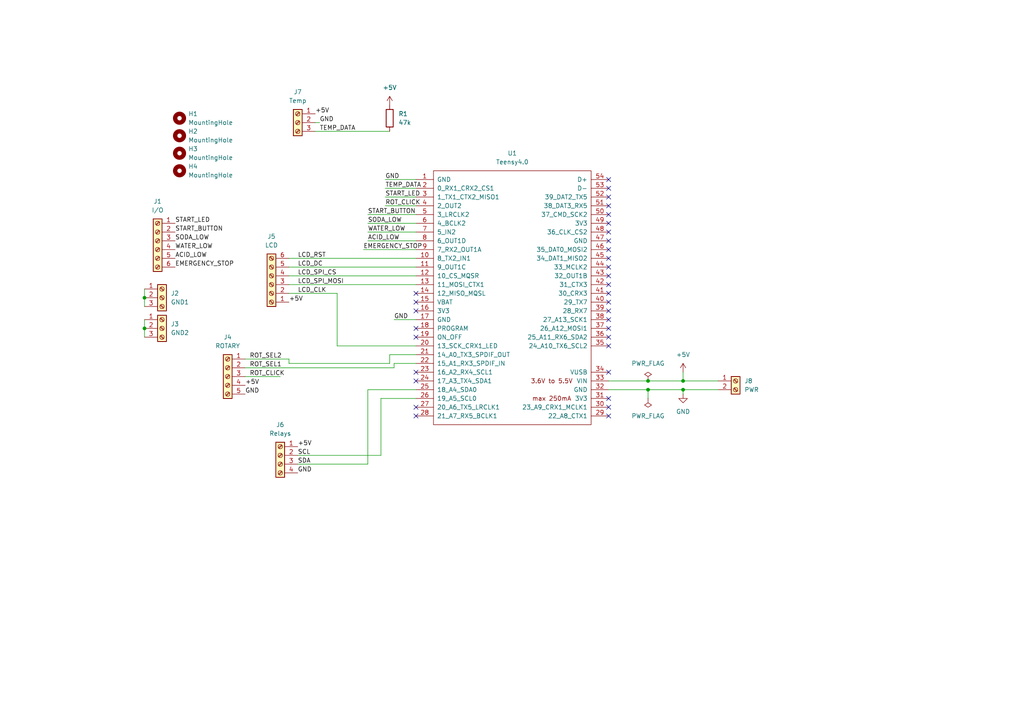
<source format=kicad_sch>
(kicad_sch (version 20211123) (generator eeschema)

  (uuid a1545928-1195-40b9-b3c4-78f837012afb)

  (paper "A4")

  (title_block
    (title "KEGCIP")
    (company "LINATSEA")
  )

  (lib_symbols
    (symbol "Connector:Screw_Terminal_01x02" (pin_names (offset 1.016) hide) (in_bom yes) (on_board yes)
      (property "Reference" "J" (id 0) (at 0 2.54 0)
        (effects (font (size 1.27 1.27)))
      )
      (property "Value" "Screw_Terminal_01x02" (id 1) (at 0 -5.08 0)
        (effects (font (size 1.27 1.27)))
      )
      (property "Footprint" "" (id 2) (at 0 0 0)
        (effects (font (size 1.27 1.27)) hide)
      )
      (property "Datasheet" "~" (id 3) (at 0 0 0)
        (effects (font (size 1.27 1.27)) hide)
      )
      (property "ki_keywords" "screw terminal" (id 4) (at 0 0 0)
        (effects (font (size 1.27 1.27)) hide)
      )
      (property "ki_description" "Generic screw terminal, single row, 01x02, script generated (kicad-library-utils/schlib/autogen/connector/)" (id 5) (at 0 0 0)
        (effects (font (size 1.27 1.27)) hide)
      )
      (property "ki_fp_filters" "TerminalBlock*:*" (id 6) (at 0 0 0)
        (effects (font (size 1.27 1.27)) hide)
      )
      (symbol "Screw_Terminal_01x02_1_1"
        (rectangle (start -1.27 1.27) (end 1.27 -3.81)
          (stroke (width 0.254) (type default) (color 0 0 0 0))
          (fill (type background))
        )
        (circle (center 0 -2.54) (radius 0.635)
          (stroke (width 0.1524) (type default) (color 0 0 0 0))
          (fill (type none))
        )
        (polyline
          (pts
            (xy -0.5334 -2.2098)
            (xy 0.3302 -3.048)
          )
          (stroke (width 0.1524) (type default) (color 0 0 0 0))
          (fill (type none))
        )
        (polyline
          (pts
            (xy -0.5334 0.3302)
            (xy 0.3302 -0.508)
          )
          (stroke (width 0.1524) (type default) (color 0 0 0 0))
          (fill (type none))
        )
        (polyline
          (pts
            (xy -0.3556 -2.032)
            (xy 0.508 -2.8702)
          )
          (stroke (width 0.1524) (type default) (color 0 0 0 0))
          (fill (type none))
        )
        (polyline
          (pts
            (xy -0.3556 0.508)
            (xy 0.508 -0.3302)
          )
          (stroke (width 0.1524) (type default) (color 0 0 0 0))
          (fill (type none))
        )
        (circle (center 0 0) (radius 0.635)
          (stroke (width 0.1524) (type default) (color 0 0 0 0))
          (fill (type none))
        )
        (pin passive line (at -5.08 0 0) (length 3.81)
          (name "Pin_1" (effects (font (size 1.27 1.27))))
          (number "1" (effects (font (size 1.27 1.27))))
        )
        (pin passive line (at -5.08 -2.54 0) (length 3.81)
          (name "Pin_2" (effects (font (size 1.27 1.27))))
          (number "2" (effects (font (size 1.27 1.27))))
        )
      )
    )
    (symbol "Connector:Screw_Terminal_01x03" (pin_names (offset 1.016) hide) (in_bom yes) (on_board yes)
      (property "Reference" "J" (id 0) (at 0 5.08 0)
        (effects (font (size 1.27 1.27)))
      )
      (property "Value" "Screw_Terminal_01x03" (id 1) (at 0 -5.08 0)
        (effects (font (size 1.27 1.27)))
      )
      (property "Footprint" "" (id 2) (at 0 0 0)
        (effects (font (size 1.27 1.27)) hide)
      )
      (property "Datasheet" "~" (id 3) (at 0 0 0)
        (effects (font (size 1.27 1.27)) hide)
      )
      (property "ki_keywords" "screw terminal" (id 4) (at 0 0 0)
        (effects (font (size 1.27 1.27)) hide)
      )
      (property "ki_description" "Generic screw terminal, single row, 01x03, script generated (kicad-library-utils/schlib/autogen/connector/)" (id 5) (at 0 0 0)
        (effects (font (size 1.27 1.27)) hide)
      )
      (property "ki_fp_filters" "TerminalBlock*:*" (id 6) (at 0 0 0)
        (effects (font (size 1.27 1.27)) hide)
      )
      (symbol "Screw_Terminal_01x03_1_1"
        (rectangle (start -1.27 3.81) (end 1.27 -3.81)
          (stroke (width 0.254) (type default) (color 0 0 0 0))
          (fill (type background))
        )
        (circle (center 0 -2.54) (radius 0.635)
          (stroke (width 0.1524) (type default) (color 0 0 0 0))
          (fill (type none))
        )
        (polyline
          (pts
            (xy -0.5334 -2.2098)
            (xy 0.3302 -3.048)
          )
          (stroke (width 0.1524) (type default) (color 0 0 0 0))
          (fill (type none))
        )
        (polyline
          (pts
            (xy -0.5334 0.3302)
            (xy 0.3302 -0.508)
          )
          (stroke (width 0.1524) (type default) (color 0 0 0 0))
          (fill (type none))
        )
        (polyline
          (pts
            (xy -0.5334 2.8702)
            (xy 0.3302 2.032)
          )
          (stroke (width 0.1524) (type default) (color 0 0 0 0))
          (fill (type none))
        )
        (polyline
          (pts
            (xy -0.3556 -2.032)
            (xy 0.508 -2.8702)
          )
          (stroke (width 0.1524) (type default) (color 0 0 0 0))
          (fill (type none))
        )
        (polyline
          (pts
            (xy -0.3556 0.508)
            (xy 0.508 -0.3302)
          )
          (stroke (width 0.1524) (type default) (color 0 0 0 0))
          (fill (type none))
        )
        (polyline
          (pts
            (xy -0.3556 3.048)
            (xy 0.508 2.2098)
          )
          (stroke (width 0.1524) (type default) (color 0 0 0 0))
          (fill (type none))
        )
        (circle (center 0 0) (radius 0.635)
          (stroke (width 0.1524) (type default) (color 0 0 0 0))
          (fill (type none))
        )
        (circle (center 0 2.54) (radius 0.635)
          (stroke (width 0.1524) (type default) (color 0 0 0 0))
          (fill (type none))
        )
        (pin passive line (at -5.08 2.54 0) (length 3.81)
          (name "Pin_1" (effects (font (size 1.27 1.27))))
          (number "1" (effects (font (size 1.27 1.27))))
        )
        (pin passive line (at -5.08 0 0) (length 3.81)
          (name "Pin_2" (effects (font (size 1.27 1.27))))
          (number "2" (effects (font (size 1.27 1.27))))
        )
        (pin passive line (at -5.08 -2.54 0) (length 3.81)
          (name "Pin_3" (effects (font (size 1.27 1.27))))
          (number "3" (effects (font (size 1.27 1.27))))
        )
      )
    )
    (symbol "Connector:Screw_Terminal_01x04" (pin_names (offset 1.016) hide) (in_bom yes) (on_board yes)
      (property "Reference" "J" (id 0) (at 0 5.08 0)
        (effects (font (size 1.27 1.27)))
      )
      (property "Value" "Screw_Terminal_01x04" (id 1) (at 0 -7.62 0)
        (effects (font (size 1.27 1.27)))
      )
      (property "Footprint" "" (id 2) (at 0 0 0)
        (effects (font (size 1.27 1.27)) hide)
      )
      (property "Datasheet" "~" (id 3) (at 0 0 0)
        (effects (font (size 1.27 1.27)) hide)
      )
      (property "ki_keywords" "screw terminal" (id 4) (at 0 0 0)
        (effects (font (size 1.27 1.27)) hide)
      )
      (property "ki_description" "Generic screw terminal, single row, 01x04, script generated (kicad-library-utils/schlib/autogen/connector/)" (id 5) (at 0 0 0)
        (effects (font (size 1.27 1.27)) hide)
      )
      (property "ki_fp_filters" "TerminalBlock*:*" (id 6) (at 0 0 0)
        (effects (font (size 1.27 1.27)) hide)
      )
      (symbol "Screw_Terminal_01x04_1_1"
        (rectangle (start -1.27 3.81) (end 1.27 -6.35)
          (stroke (width 0.254) (type default) (color 0 0 0 0))
          (fill (type background))
        )
        (circle (center 0 -5.08) (radius 0.635)
          (stroke (width 0.1524) (type default) (color 0 0 0 0))
          (fill (type none))
        )
        (circle (center 0 -2.54) (radius 0.635)
          (stroke (width 0.1524) (type default) (color 0 0 0 0))
          (fill (type none))
        )
        (polyline
          (pts
            (xy -0.5334 -4.7498)
            (xy 0.3302 -5.588)
          )
          (stroke (width 0.1524) (type default) (color 0 0 0 0))
          (fill (type none))
        )
        (polyline
          (pts
            (xy -0.5334 -2.2098)
            (xy 0.3302 -3.048)
          )
          (stroke (width 0.1524) (type default) (color 0 0 0 0))
          (fill (type none))
        )
        (polyline
          (pts
            (xy -0.5334 0.3302)
            (xy 0.3302 -0.508)
          )
          (stroke (width 0.1524) (type default) (color 0 0 0 0))
          (fill (type none))
        )
        (polyline
          (pts
            (xy -0.5334 2.8702)
            (xy 0.3302 2.032)
          )
          (stroke (width 0.1524) (type default) (color 0 0 0 0))
          (fill (type none))
        )
        (polyline
          (pts
            (xy -0.3556 -4.572)
            (xy 0.508 -5.4102)
          )
          (stroke (width 0.1524) (type default) (color 0 0 0 0))
          (fill (type none))
        )
        (polyline
          (pts
            (xy -0.3556 -2.032)
            (xy 0.508 -2.8702)
          )
          (stroke (width 0.1524) (type default) (color 0 0 0 0))
          (fill (type none))
        )
        (polyline
          (pts
            (xy -0.3556 0.508)
            (xy 0.508 -0.3302)
          )
          (stroke (width 0.1524) (type default) (color 0 0 0 0))
          (fill (type none))
        )
        (polyline
          (pts
            (xy -0.3556 3.048)
            (xy 0.508 2.2098)
          )
          (stroke (width 0.1524) (type default) (color 0 0 0 0))
          (fill (type none))
        )
        (circle (center 0 0) (radius 0.635)
          (stroke (width 0.1524) (type default) (color 0 0 0 0))
          (fill (type none))
        )
        (circle (center 0 2.54) (radius 0.635)
          (stroke (width 0.1524) (type default) (color 0 0 0 0))
          (fill (type none))
        )
        (pin passive line (at -5.08 2.54 0) (length 3.81)
          (name "Pin_1" (effects (font (size 1.27 1.27))))
          (number "1" (effects (font (size 1.27 1.27))))
        )
        (pin passive line (at -5.08 0 0) (length 3.81)
          (name "Pin_2" (effects (font (size 1.27 1.27))))
          (number "2" (effects (font (size 1.27 1.27))))
        )
        (pin passive line (at -5.08 -2.54 0) (length 3.81)
          (name "Pin_3" (effects (font (size 1.27 1.27))))
          (number "3" (effects (font (size 1.27 1.27))))
        )
        (pin passive line (at -5.08 -5.08 0) (length 3.81)
          (name "Pin_4" (effects (font (size 1.27 1.27))))
          (number "4" (effects (font (size 1.27 1.27))))
        )
      )
    )
    (symbol "Connector:Screw_Terminal_01x05" (pin_names (offset 1.016) hide) (in_bom yes) (on_board yes)
      (property "Reference" "J" (id 0) (at 0 7.62 0)
        (effects (font (size 1.27 1.27)))
      )
      (property "Value" "Screw_Terminal_01x05" (id 1) (at 0 -7.62 0)
        (effects (font (size 1.27 1.27)))
      )
      (property "Footprint" "" (id 2) (at 0 0 0)
        (effects (font (size 1.27 1.27)) hide)
      )
      (property "Datasheet" "~" (id 3) (at 0 0 0)
        (effects (font (size 1.27 1.27)) hide)
      )
      (property "ki_keywords" "screw terminal" (id 4) (at 0 0 0)
        (effects (font (size 1.27 1.27)) hide)
      )
      (property "ki_description" "Generic screw terminal, single row, 01x05, script generated (kicad-library-utils/schlib/autogen/connector/)" (id 5) (at 0 0 0)
        (effects (font (size 1.27 1.27)) hide)
      )
      (property "ki_fp_filters" "TerminalBlock*:*" (id 6) (at 0 0 0)
        (effects (font (size 1.27 1.27)) hide)
      )
      (symbol "Screw_Terminal_01x05_1_1"
        (rectangle (start -1.27 6.35) (end 1.27 -6.35)
          (stroke (width 0.254) (type default) (color 0 0 0 0))
          (fill (type background))
        )
        (circle (center 0 -5.08) (radius 0.635)
          (stroke (width 0.1524) (type default) (color 0 0 0 0))
          (fill (type none))
        )
        (circle (center 0 -2.54) (radius 0.635)
          (stroke (width 0.1524) (type default) (color 0 0 0 0))
          (fill (type none))
        )
        (polyline
          (pts
            (xy -0.5334 -4.7498)
            (xy 0.3302 -5.588)
          )
          (stroke (width 0.1524) (type default) (color 0 0 0 0))
          (fill (type none))
        )
        (polyline
          (pts
            (xy -0.5334 -2.2098)
            (xy 0.3302 -3.048)
          )
          (stroke (width 0.1524) (type default) (color 0 0 0 0))
          (fill (type none))
        )
        (polyline
          (pts
            (xy -0.5334 0.3302)
            (xy 0.3302 -0.508)
          )
          (stroke (width 0.1524) (type default) (color 0 0 0 0))
          (fill (type none))
        )
        (polyline
          (pts
            (xy -0.5334 2.8702)
            (xy 0.3302 2.032)
          )
          (stroke (width 0.1524) (type default) (color 0 0 0 0))
          (fill (type none))
        )
        (polyline
          (pts
            (xy -0.5334 5.4102)
            (xy 0.3302 4.572)
          )
          (stroke (width 0.1524) (type default) (color 0 0 0 0))
          (fill (type none))
        )
        (polyline
          (pts
            (xy -0.3556 -4.572)
            (xy 0.508 -5.4102)
          )
          (stroke (width 0.1524) (type default) (color 0 0 0 0))
          (fill (type none))
        )
        (polyline
          (pts
            (xy -0.3556 -2.032)
            (xy 0.508 -2.8702)
          )
          (stroke (width 0.1524) (type default) (color 0 0 0 0))
          (fill (type none))
        )
        (polyline
          (pts
            (xy -0.3556 0.508)
            (xy 0.508 -0.3302)
          )
          (stroke (width 0.1524) (type default) (color 0 0 0 0))
          (fill (type none))
        )
        (polyline
          (pts
            (xy -0.3556 3.048)
            (xy 0.508 2.2098)
          )
          (stroke (width 0.1524) (type default) (color 0 0 0 0))
          (fill (type none))
        )
        (polyline
          (pts
            (xy -0.3556 5.588)
            (xy 0.508 4.7498)
          )
          (stroke (width 0.1524) (type default) (color 0 0 0 0))
          (fill (type none))
        )
        (circle (center 0 0) (radius 0.635)
          (stroke (width 0.1524) (type default) (color 0 0 0 0))
          (fill (type none))
        )
        (circle (center 0 2.54) (radius 0.635)
          (stroke (width 0.1524) (type default) (color 0 0 0 0))
          (fill (type none))
        )
        (circle (center 0 5.08) (radius 0.635)
          (stroke (width 0.1524) (type default) (color 0 0 0 0))
          (fill (type none))
        )
        (pin passive line (at -5.08 5.08 0) (length 3.81)
          (name "Pin_1" (effects (font (size 1.27 1.27))))
          (number "1" (effects (font (size 1.27 1.27))))
        )
        (pin passive line (at -5.08 2.54 0) (length 3.81)
          (name "Pin_2" (effects (font (size 1.27 1.27))))
          (number "2" (effects (font (size 1.27 1.27))))
        )
        (pin passive line (at -5.08 0 0) (length 3.81)
          (name "Pin_3" (effects (font (size 1.27 1.27))))
          (number "3" (effects (font (size 1.27 1.27))))
        )
        (pin passive line (at -5.08 -2.54 0) (length 3.81)
          (name "Pin_4" (effects (font (size 1.27 1.27))))
          (number "4" (effects (font (size 1.27 1.27))))
        )
        (pin passive line (at -5.08 -5.08 0) (length 3.81)
          (name "Pin_5" (effects (font (size 1.27 1.27))))
          (number "5" (effects (font (size 1.27 1.27))))
        )
      )
    )
    (symbol "Connector:Screw_Terminal_01x06" (pin_names (offset 1.016) hide) (in_bom yes) (on_board yes)
      (property "Reference" "J" (id 0) (at 0 7.62 0)
        (effects (font (size 1.27 1.27)))
      )
      (property "Value" "Screw_Terminal_01x06" (id 1) (at 0 -10.16 0)
        (effects (font (size 1.27 1.27)))
      )
      (property "Footprint" "" (id 2) (at 0 0 0)
        (effects (font (size 1.27 1.27)) hide)
      )
      (property "Datasheet" "~" (id 3) (at 0 0 0)
        (effects (font (size 1.27 1.27)) hide)
      )
      (property "ki_keywords" "screw terminal" (id 4) (at 0 0 0)
        (effects (font (size 1.27 1.27)) hide)
      )
      (property "ki_description" "Generic screw terminal, single row, 01x06, script generated (kicad-library-utils/schlib/autogen/connector/)" (id 5) (at 0 0 0)
        (effects (font (size 1.27 1.27)) hide)
      )
      (property "ki_fp_filters" "TerminalBlock*:*" (id 6) (at 0 0 0)
        (effects (font (size 1.27 1.27)) hide)
      )
      (symbol "Screw_Terminal_01x06_1_1"
        (rectangle (start -1.27 6.35) (end 1.27 -8.89)
          (stroke (width 0.254) (type default) (color 0 0 0 0))
          (fill (type background))
        )
        (circle (center 0 -7.62) (radius 0.635)
          (stroke (width 0.1524) (type default) (color 0 0 0 0))
          (fill (type none))
        )
        (circle (center 0 -5.08) (radius 0.635)
          (stroke (width 0.1524) (type default) (color 0 0 0 0))
          (fill (type none))
        )
        (circle (center 0 -2.54) (radius 0.635)
          (stroke (width 0.1524) (type default) (color 0 0 0 0))
          (fill (type none))
        )
        (polyline
          (pts
            (xy -0.5334 -7.2898)
            (xy 0.3302 -8.128)
          )
          (stroke (width 0.1524) (type default) (color 0 0 0 0))
          (fill (type none))
        )
        (polyline
          (pts
            (xy -0.5334 -4.7498)
            (xy 0.3302 -5.588)
          )
          (stroke (width 0.1524) (type default) (color 0 0 0 0))
          (fill (type none))
        )
        (polyline
          (pts
            (xy -0.5334 -2.2098)
            (xy 0.3302 -3.048)
          )
          (stroke (width 0.1524) (type default) (color 0 0 0 0))
          (fill (type none))
        )
        (polyline
          (pts
            (xy -0.5334 0.3302)
            (xy 0.3302 -0.508)
          )
          (stroke (width 0.1524) (type default) (color 0 0 0 0))
          (fill (type none))
        )
        (polyline
          (pts
            (xy -0.5334 2.8702)
            (xy 0.3302 2.032)
          )
          (stroke (width 0.1524) (type default) (color 0 0 0 0))
          (fill (type none))
        )
        (polyline
          (pts
            (xy -0.5334 5.4102)
            (xy 0.3302 4.572)
          )
          (stroke (width 0.1524) (type default) (color 0 0 0 0))
          (fill (type none))
        )
        (polyline
          (pts
            (xy -0.3556 -7.112)
            (xy 0.508 -7.9502)
          )
          (stroke (width 0.1524) (type default) (color 0 0 0 0))
          (fill (type none))
        )
        (polyline
          (pts
            (xy -0.3556 -4.572)
            (xy 0.508 -5.4102)
          )
          (stroke (width 0.1524) (type default) (color 0 0 0 0))
          (fill (type none))
        )
        (polyline
          (pts
            (xy -0.3556 -2.032)
            (xy 0.508 -2.8702)
          )
          (stroke (width 0.1524) (type default) (color 0 0 0 0))
          (fill (type none))
        )
        (polyline
          (pts
            (xy -0.3556 0.508)
            (xy 0.508 -0.3302)
          )
          (stroke (width 0.1524) (type default) (color 0 0 0 0))
          (fill (type none))
        )
        (polyline
          (pts
            (xy -0.3556 3.048)
            (xy 0.508 2.2098)
          )
          (stroke (width 0.1524) (type default) (color 0 0 0 0))
          (fill (type none))
        )
        (polyline
          (pts
            (xy -0.3556 5.588)
            (xy 0.508 4.7498)
          )
          (stroke (width 0.1524) (type default) (color 0 0 0 0))
          (fill (type none))
        )
        (circle (center 0 0) (radius 0.635)
          (stroke (width 0.1524) (type default) (color 0 0 0 0))
          (fill (type none))
        )
        (circle (center 0 2.54) (radius 0.635)
          (stroke (width 0.1524) (type default) (color 0 0 0 0))
          (fill (type none))
        )
        (circle (center 0 5.08) (radius 0.635)
          (stroke (width 0.1524) (type default) (color 0 0 0 0))
          (fill (type none))
        )
        (pin passive line (at -5.08 5.08 0) (length 3.81)
          (name "Pin_1" (effects (font (size 1.27 1.27))))
          (number "1" (effects (font (size 1.27 1.27))))
        )
        (pin passive line (at -5.08 2.54 0) (length 3.81)
          (name "Pin_2" (effects (font (size 1.27 1.27))))
          (number "2" (effects (font (size 1.27 1.27))))
        )
        (pin passive line (at -5.08 0 0) (length 3.81)
          (name "Pin_3" (effects (font (size 1.27 1.27))))
          (number "3" (effects (font (size 1.27 1.27))))
        )
        (pin passive line (at -5.08 -2.54 0) (length 3.81)
          (name "Pin_4" (effects (font (size 1.27 1.27))))
          (number "4" (effects (font (size 1.27 1.27))))
        )
        (pin passive line (at -5.08 -5.08 0) (length 3.81)
          (name "Pin_5" (effects (font (size 1.27 1.27))))
          (number "5" (effects (font (size 1.27 1.27))))
        )
        (pin passive line (at -5.08 -7.62 0) (length 3.81)
          (name "Pin_6" (effects (font (size 1.27 1.27))))
          (number "6" (effects (font (size 1.27 1.27))))
        )
      )
    )
    (symbol "Device:R" (pin_numbers hide) (pin_names (offset 0)) (in_bom yes) (on_board yes)
      (property "Reference" "R" (id 0) (at 2.032 0 90)
        (effects (font (size 1.27 1.27)))
      )
      (property "Value" "R" (id 1) (at 0 0 90)
        (effects (font (size 1.27 1.27)))
      )
      (property "Footprint" "" (id 2) (at -1.778 0 90)
        (effects (font (size 1.27 1.27)) hide)
      )
      (property "Datasheet" "~" (id 3) (at 0 0 0)
        (effects (font (size 1.27 1.27)) hide)
      )
      (property "ki_keywords" "R res resistor" (id 4) (at 0 0 0)
        (effects (font (size 1.27 1.27)) hide)
      )
      (property "ki_description" "Resistor" (id 5) (at 0 0 0)
        (effects (font (size 1.27 1.27)) hide)
      )
      (property "ki_fp_filters" "R_*" (id 6) (at 0 0 0)
        (effects (font (size 1.27 1.27)) hide)
      )
      (symbol "R_0_1"
        (rectangle (start -1.016 -2.54) (end 1.016 2.54)
          (stroke (width 0.254) (type default) (color 0 0 0 0))
          (fill (type none))
        )
      )
      (symbol "R_1_1"
        (pin passive line (at 0 3.81 270) (length 1.27)
          (name "~" (effects (font (size 1.27 1.27))))
          (number "1" (effects (font (size 1.27 1.27))))
        )
        (pin passive line (at 0 -3.81 90) (length 1.27)
          (name "~" (effects (font (size 1.27 1.27))))
          (number "2" (effects (font (size 1.27 1.27))))
        )
      )
    )
    (symbol "Mechanical:MountingHole" (pin_names (offset 1.016)) (in_bom yes) (on_board yes)
      (property "Reference" "H" (id 0) (at 0 5.08 0)
        (effects (font (size 1.27 1.27)))
      )
      (property "Value" "MountingHole" (id 1) (at 0 3.175 0)
        (effects (font (size 1.27 1.27)))
      )
      (property "Footprint" "" (id 2) (at 0 0 0)
        (effects (font (size 1.27 1.27)) hide)
      )
      (property "Datasheet" "~" (id 3) (at 0 0 0)
        (effects (font (size 1.27 1.27)) hide)
      )
      (property "ki_keywords" "mounting hole" (id 4) (at 0 0 0)
        (effects (font (size 1.27 1.27)) hide)
      )
      (property "ki_description" "Mounting Hole without connection" (id 5) (at 0 0 0)
        (effects (font (size 1.27 1.27)) hide)
      )
      (property "ki_fp_filters" "MountingHole*" (id 6) (at 0 0 0)
        (effects (font (size 1.27 1.27)) hide)
      )
      (symbol "MountingHole_0_1"
        (circle (center 0 0) (radius 1.27)
          (stroke (width 1.27) (type default) (color 0 0 0 0))
          (fill (type none))
        )
      )
    )
    (symbol "power:+5V" (power) (pin_names (offset 0)) (in_bom yes) (on_board yes)
      (property "Reference" "#PWR" (id 0) (at 0 -3.81 0)
        (effects (font (size 1.27 1.27)) hide)
      )
      (property "Value" "+5V" (id 1) (at 0 3.556 0)
        (effects (font (size 1.27 1.27)))
      )
      (property "Footprint" "" (id 2) (at 0 0 0)
        (effects (font (size 1.27 1.27)) hide)
      )
      (property "Datasheet" "" (id 3) (at 0 0 0)
        (effects (font (size 1.27 1.27)) hide)
      )
      (property "ki_keywords" "power-flag" (id 4) (at 0 0 0)
        (effects (font (size 1.27 1.27)) hide)
      )
      (property "ki_description" "Power symbol creates a global label with name \"+5V\"" (id 5) (at 0 0 0)
        (effects (font (size 1.27 1.27)) hide)
      )
      (symbol "+5V_0_1"
        (polyline
          (pts
            (xy -0.762 1.27)
            (xy 0 2.54)
          )
          (stroke (width 0) (type default) (color 0 0 0 0))
          (fill (type none))
        )
        (polyline
          (pts
            (xy 0 0)
            (xy 0 2.54)
          )
          (stroke (width 0) (type default) (color 0 0 0 0))
          (fill (type none))
        )
        (polyline
          (pts
            (xy 0 2.54)
            (xy 0.762 1.27)
          )
          (stroke (width 0) (type default) (color 0 0 0 0))
          (fill (type none))
        )
      )
      (symbol "+5V_1_1"
        (pin power_in line (at 0 0 90) (length 0) hide
          (name "+5V" (effects (font (size 1.27 1.27))))
          (number "1" (effects (font (size 1.27 1.27))))
        )
      )
    )
    (symbol "power:GND" (power) (pin_names (offset 0)) (in_bom yes) (on_board yes)
      (property "Reference" "#PWR" (id 0) (at 0 -6.35 0)
        (effects (font (size 1.27 1.27)) hide)
      )
      (property "Value" "GND" (id 1) (at 0 -3.81 0)
        (effects (font (size 1.27 1.27)))
      )
      (property "Footprint" "" (id 2) (at 0 0 0)
        (effects (font (size 1.27 1.27)) hide)
      )
      (property "Datasheet" "" (id 3) (at 0 0 0)
        (effects (font (size 1.27 1.27)) hide)
      )
      (property "ki_keywords" "power-flag" (id 4) (at 0 0 0)
        (effects (font (size 1.27 1.27)) hide)
      )
      (property "ki_description" "Power symbol creates a global label with name \"GND\" , ground" (id 5) (at 0 0 0)
        (effects (font (size 1.27 1.27)) hide)
      )
      (symbol "GND_0_1"
        (polyline
          (pts
            (xy 0 0)
            (xy 0 -1.27)
            (xy 1.27 -1.27)
            (xy 0 -2.54)
            (xy -1.27 -1.27)
            (xy 0 -1.27)
          )
          (stroke (width 0) (type default) (color 0 0 0 0))
          (fill (type none))
        )
      )
      (symbol "GND_1_1"
        (pin power_in line (at 0 0 270) (length 0) hide
          (name "GND" (effects (font (size 1.27 1.27))))
          (number "1" (effects (font (size 1.27 1.27))))
        )
      )
    )
    (symbol "power:PWR_FLAG" (power) (pin_numbers hide) (pin_names (offset 0) hide) (in_bom yes) (on_board yes)
      (property "Reference" "#FLG" (id 0) (at 0 1.905 0)
        (effects (font (size 1.27 1.27)) hide)
      )
      (property "Value" "PWR_FLAG" (id 1) (at 0 3.81 0)
        (effects (font (size 1.27 1.27)))
      )
      (property "Footprint" "" (id 2) (at 0 0 0)
        (effects (font (size 1.27 1.27)) hide)
      )
      (property "Datasheet" "~" (id 3) (at 0 0 0)
        (effects (font (size 1.27 1.27)) hide)
      )
      (property "ki_keywords" "power-flag" (id 4) (at 0 0 0)
        (effects (font (size 1.27 1.27)) hide)
      )
      (property "ki_description" "Special symbol for telling ERC where power comes from" (id 5) (at 0 0 0)
        (effects (font (size 1.27 1.27)) hide)
      )
      (symbol "PWR_FLAG_0_0"
        (pin power_out line (at 0 0 90) (length 0)
          (name "pwr" (effects (font (size 1.27 1.27))))
          (number "1" (effects (font (size 1.27 1.27))))
        )
      )
      (symbol "PWR_FLAG_0_1"
        (polyline
          (pts
            (xy 0 0)
            (xy 0 1.27)
            (xy -1.016 1.905)
            (xy 0 2.54)
            (xy 1.016 1.905)
            (xy 0 1.27)
          )
          (stroke (width 0) (type default) (color 0 0 0 0))
          (fill (type none))
        )
      )
    )
    (symbol "teensy:Teensy4.0" (pin_names (offset 1.016)) (in_bom yes) (on_board yes)
      (property "Reference" "U" (id 0) (at 0 39.37 0)
        (effects (font (size 1.27 1.27)))
      )
      (property "Value" "Teensy4.0" (id 1) (at 0 -39.37 0)
        (effects (font (size 1.27 1.27)))
      )
      (property "Footprint" "" (id 2) (at -10.16 5.08 0)
        (effects (font (size 1.27 1.27)) hide)
      )
      (property "Datasheet" "" (id 3) (at -10.16 5.08 0)
        (effects (font (size 1.27 1.27)) hide)
      )
      (symbol "Teensy4.0_0_0"
        (text "3.6V to 5.5V" (at 11.43 -24.13 0)
          (effects (font (size 1.27 1.27)))
        )
        (text "max 250mA" (at 11.43 -29.21 0)
          (effects (font (size 1.27 1.27)))
        )
        (pin bidirectional line (at -27.94 11.43 0) (length 5.08)
          (name "8_TX2_IN1" (effects (font (size 1.27 1.27))))
          (number "10" (effects (font (size 1.27 1.27))))
        )
        (pin bidirectional line (at -27.94 8.89 0) (length 5.08)
          (name "9_OUT1C" (effects (font (size 1.27 1.27))))
          (number "11" (effects (font (size 1.27 1.27))))
        )
        (pin bidirectional line (at -27.94 6.35 0) (length 5.08)
          (name "10_CS_MQSR" (effects (font (size 1.27 1.27))))
          (number "12" (effects (font (size 1.27 1.27))))
        )
        (pin bidirectional line (at -27.94 3.81 0) (length 5.08)
          (name "11_MOSI_CTX1" (effects (font (size 1.27 1.27))))
          (number "13" (effects (font (size 1.27 1.27))))
        )
        (pin bidirectional line (at -27.94 1.27 0) (length 5.08)
          (name "12_MISO_MQSL" (effects (font (size 1.27 1.27))))
          (number "14" (effects (font (size 1.27 1.27))))
        )
        (pin power_in line (at -27.94 -1.27 0) (length 5.08)
          (name "VBAT" (effects (font (size 1.27 1.27))))
          (number "15" (effects (font (size 1.27 1.27))))
        )
        (pin power_in line (at -27.94 -3.81 0) (length 5.08)
          (name "3V3" (effects (font (size 1.27 1.27))))
          (number "16" (effects (font (size 1.27 1.27))))
        )
        (pin power_in line (at -27.94 -6.35 0) (length 5.08)
          (name "GND" (effects (font (size 1.27 1.27))))
          (number "17" (effects (font (size 1.27 1.27))))
        )
        (pin input line (at -27.94 -8.89 0) (length 5.08)
          (name "PROGRAM" (effects (font (size 1.27 1.27))))
          (number "18" (effects (font (size 1.27 1.27))))
        )
        (pin input line (at -27.94 -11.43 0) (length 5.08)
          (name "ON_OFF" (effects (font (size 1.27 1.27))))
          (number "19" (effects (font (size 1.27 1.27))))
        )
        (pin bidirectional line (at -27.94 -13.97 0) (length 5.08)
          (name "13_SCK_CRX1_LED" (effects (font (size 1.27 1.27))))
          (number "20" (effects (font (size 1.27 1.27))))
        )
        (pin bidirectional line (at -27.94 -16.51 0) (length 5.08)
          (name "14_A0_TX3_SPDIF_OUT" (effects (font (size 1.27 1.27))))
          (number "21" (effects (font (size 1.27 1.27))))
        )
        (pin bidirectional line (at -27.94 -19.05 0) (length 5.08)
          (name "15_A1_RX3_SPDIF_IN" (effects (font (size 1.27 1.27))))
          (number "22" (effects (font (size 1.27 1.27))))
        )
        (pin bidirectional line (at -27.94 -21.59 0) (length 5.08)
          (name "16_A2_RX4_SCL1" (effects (font (size 1.27 1.27))))
          (number "23" (effects (font (size 1.27 1.27))))
        )
        (pin bidirectional line (at -27.94 -24.13 0) (length 5.08)
          (name "17_A3_TX4_SDA1" (effects (font (size 1.27 1.27))))
          (number "24" (effects (font (size 1.27 1.27))))
        )
        (pin bidirectional line (at -27.94 -26.67 0) (length 5.08)
          (name "18_A4_SDA0" (effects (font (size 1.27 1.27))))
          (number "25" (effects (font (size 1.27 1.27))))
        )
        (pin bidirectional line (at -27.94 -29.21 0) (length 5.08)
          (name "19_A5_SCL0" (effects (font (size 1.27 1.27))))
          (number "26" (effects (font (size 1.27 1.27))))
        )
        (pin bidirectional line (at -27.94 -31.75 0) (length 5.08)
          (name "20_A6_TX5_LRCLK1" (effects (font (size 1.27 1.27))))
          (number "27" (effects (font (size 1.27 1.27))))
        )
        (pin bidirectional line (at -27.94 -34.29 0) (length 5.08)
          (name "21_A7_RX5_BCLK1" (effects (font (size 1.27 1.27))))
          (number "28" (effects (font (size 1.27 1.27))))
        )
        (pin bidirectional line (at 27.94 -34.29 180) (length 5.08)
          (name "22_A8_CTX1" (effects (font (size 1.27 1.27))))
          (number "29" (effects (font (size 1.27 1.27))))
        )
        (pin bidirectional line (at 27.94 -31.75 180) (length 5.08)
          (name "23_A9_CRX1_MCLK1" (effects (font (size 1.27 1.27))))
          (number "30" (effects (font (size 1.27 1.27))))
        )
        (pin power_out line (at 27.94 -29.21 180) (length 5.08)
          (name "3V3" (effects (font (size 1.27 1.27))))
          (number "31" (effects (font (size 1.27 1.27))))
        )
        (pin power_in line (at 27.94 -26.67 180) (length 5.08)
          (name "GND" (effects (font (size 1.27 1.27))))
          (number "32" (effects (font (size 1.27 1.27))))
        )
        (pin power_in line (at 27.94 -24.13 180) (length 5.08)
          (name "VIN" (effects (font (size 1.27 1.27))))
          (number "33" (effects (font (size 1.27 1.27))))
        )
        (pin power_out line (at 27.94 -21.59 180) (length 5.08)
          (name "VUSB" (effects (font (size 1.27 1.27))))
          (number "34" (effects (font (size 1.27 1.27))))
        )
        (pin bidirectional line (at 27.94 -13.97 180) (length 5.08)
          (name "24_A10_TX6_SCL2" (effects (font (size 1.27 1.27))))
          (number "35" (effects (font (size 1.27 1.27))))
        )
        (pin bidirectional line (at 27.94 -11.43 180) (length 5.08)
          (name "25_A11_RX6_SDA2" (effects (font (size 1.27 1.27))))
          (number "36" (effects (font (size 1.27 1.27))))
        )
        (pin bidirectional line (at 27.94 -8.89 180) (length 5.08)
          (name "26_A12_MOSI1" (effects (font (size 1.27 1.27))))
          (number "37" (effects (font (size 1.27 1.27))))
        )
        (pin bidirectional line (at 27.94 -6.35 180) (length 5.08)
          (name "27_A13_SCK1" (effects (font (size 1.27 1.27))))
          (number "38" (effects (font (size 1.27 1.27))))
        )
        (pin bidirectional line (at 27.94 -3.81 180) (length 5.08)
          (name "28_RX7" (effects (font (size 1.27 1.27))))
          (number "39" (effects (font (size 1.27 1.27))))
        )
        (pin bidirectional line (at 27.94 -1.27 180) (length 5.08)
          (name "29_TX7" (effects (font (size 1.27 1.27))))
          (number "40" (effects (font (size 1.27 1.27))))
        )
        (pin bidirectional line (at 27.94 1.27 180) (length 5.08)
          (name "30_CRX3" (effects (font (size 1.27 1.27))))
          (number "41" (effects (font (size 1.27 1.27))))
        )
        (pin bidirectional line (at 27.94 3.81 180) (length 5.08)
          (name "31_CTX3" (effects (font (size 1.27 1.27))))
          (number "42" (effects (font (size 1.27 1.27))))
        )
        (pin bidirectional line (at 27.94 6.35 180) (length 5.08)
          (name "32_OUT1B" (effects (font (size 1.27 1.27))))
          (number "43" (effects (font (size 1.27 1.27))))
        )
        (pin bidirectional line (at 27.94 8.89 180) (length 5.08)
          (name "33_MCLK2" (effects (font (size 1.27 1.27))))
          (number "44" (effects (font (size 1.27 1.27))))
        )
        (pin bidirectional line (at 27.94 11.43 180) (length 5.08)
          (name "34_DAT1_MISO2" (effects (font (size 1.27 1.27))))
          (number "45" (effects (font (size 1.27 1.27))))
        )
        (pin bidirectional line (at 27.94 13.97 180) (length 5.08)
          (name "35_DAT0_MOSI2" (effects (font (size 1.27 1.27))))
          (number "46" (effects (font (size 1.27 1.27))))
        )
        (pin power_out line (at 27.94 16.51 180) (length 5.08)
          (name "GND" (effects (font (size 1.27 1.27))))
          (number "47" (effects (font (size 1.27 1.27))))
        )
        (pin bidirectional line (at 27.94 19.05 180) (length 5.08)
          (name "36_CLK_CS2" (effects (font (size 1.27 1.27))))
          (number "48" (effects (font (size 1.27 1.27))))
        )
        (pin power_out line (at 27.94 21.59 180) (length 5.08)
          (name "3V3" (effects (font (size 1.27 1.27))))
          (number "49" (effects (font (size 1.27 1.27))))
        )
        (pin bidirectional line (at -27.94 24.13 0) (length 5.08)
          (name "3_LRCLK2" (effects (font (size 1.27 1.27))))
          (number "5" (effects (font (size 1.27 1.27))))
        )
        (pin bidirectional line (at 27.94 24.13 180) (length 5.08)
          (name "37_CMD_SCK2" (effects (font (size 1.27 1.27))))
          (number "50" (effects (font (size 1.27 1.27))))
        )
        (pin bidirectional line (at 27.94 26.67 180) (length 5.08)
          (name "38_DAT3_RX5" (effects (font (size 1.27 1.27))))
          (number "51" (effects (font (size 1.27 1.27))))
        )
        (pin bidirectional line (at 27.94 29.21 180) (length 5.08)
          (name "39_DAT2_TX5" (effects (font (size 1.27 1.27))))
          (number "52" (effects (font (size 1.27 1.27))))
        )
        (pin bidirectional line (at 27.94 31.75 180) (length 5.08)
          (name "D-" (effects (font (size 1.27 1.27))))
          (number "53" (effects (font (size 1.27 1.27))))
        )
        (pin bidirectional line (at 27.94 34.29 180) (length 5.08)
          (name "D+" (effects (font (size 1.27 1.27))))
          (number "54" (effects (font (size 1.27 1.27))))
        )
        (pin bidirectional line (at -27.94 21.59 0) (length 5.08)
          (name "4_BCLK2" (effects (font (size 1.27 1.27))))
          (number "6" (effects (font (size 1.27 1.27))))
        )
        (pin bidirectional line (at -27.94 19.05 0) (length 5.08)
          (name "5_IN2" (effects (font (size 1.27 1.27))))
          (number "7" (effects (font (size 1.27 1.27))))
        )
        (pin bidirectional line (at -27.94 16.51 0) (length 5.08)
          (name "6_OUT1D" (effects (font (size 1.27 1.27))))
          (number "8" (effects (font (size 1.27 1.27))))
        )
        (pin bidirectional line (at -27.94 13.97 0) (length 5.08)
          (name "7_RX2_OUT1A" (effects (font (size 1.27 1.27))))
          (number "9" (effects (font (size 1.27 1.27))))
        )
      )
      (symbol "Teensy4.0_0_1"
        (rectangle (start -22.86 36.83) (end 22.86 -36.83)
          (stroke (width 0) (type default) (color 0 0 0 0))
          (fill (type none))
        )
        (rectangle (start -20.32 -31.75) (end -20.32 -31.75)
          (stroke (width 0) (type default) (color 0 0 0 0))
          (fill (type none))
        )
      )
      (symbol "Teensy4.0_1_1"
        (pin power_in line (at -27.94 34.29 0) (length 5.08)
          (name "GND" (effects (font (size 1.27 1.27))))
          (number "1" (effects (font (size 1.27 1.27))))
        )
        (pin bidirectional line (at -27.94 31.75 0) (length 5.08)
          (name "0_RX1_CRX2_CS1" (effects (font (size 1.27 1.27))))
          (number "2" (effects (font (size 1.27 1.27))))
        )
        (pin bidirectional line (at -27.94 29.21 0) (length 5.08)
          (name "1_TX1_CTX2_MISO1" (effects (font (size 1.27 1.27))))
          (number "3" (effects (font (size 1.27 1.27))))
        )
        (pin bidirectional line (at -27.94 26.67 0) (length 5.08)
          (name "2_OUT2" (effects (font (size 1.27 1.27))))
          (number "4" (effects (font (size 1.27 1.27))))
        )
      )
    )
  )

  (junction (at 187.96 113.03) (diameter 0) (color 0 0 0 0)
    (uuid 3e3420ac-8ab0-41b3-aef4-ca1d6c25103e)
  )
  (junction (at 198.12 110.49) (diameter 0) (color 0 0 0 0)
    (uuid 64ee8774-781e-4b54-b831-3c4cb7f0c491)
  )
  (junction (at 41.91 95.25) (diameter 0) (color 0 0 0 0)
    (uuid 67d09be2-85e2-4096-8332-685757dbc54c)
  )
  (junction (at 198.12 113.03) (diameter 0) (color 0 0 0 0)
    (uuid ad7539be-f7d6-4972-9c4b-da42a95f0ec4)
  )
  (junction (at 187.96 110.49) (diameter 0) (color 0 0 0 0)
    (uuid f947b2c7-dabe-4bac-a696-95c357a7f230)
  )
  (junction (at 41.91 86.36) (diameter 0) (color 0 0 0 0)
    (uuid fa2e4461-e7cd-411e-bf1e-15bde7e4550f)
  )

  (no_connect (at 176.53 85.09) (uuid 15d96795-f4ca-45c5-8b68-2b50320767cb))
  (no_connect (at 176.53 87.63) (uuid 15d96795-f4ca-45c5-8b68-2b50320767cc))
  (no_connect (at 176.53 59.69) (uuid 15d96795-f4ca-45c5-8b68-2b50320767cd))
  (no_connect (at 176.53 62.23) (uuid 15d96795-f4ca-45c5-8b68-2b50320767ce))
  (no_connect (at 176.53 64.77) (uuid 15d96795-f4ca-45c5-8b68-2b50320767cf))
  (no_connect (at 176.53 67.31) (uuid 15d96795-f4ca-45c5-8b68-2b50320767d0))
  (no_connect (at 176.53 69.85) (uuid 15d96795-f4ca-45c5-8b68-2b50320767d1))
  (no_connect (at 176.53 72.39) (uuid 15d96795-f4ca-45c5-8b68-2b50320767d2))
  (no_connect (at 176.53 74.93) (uuid 15d96795-f4ca-45c5-8b68-2b50320767d3))
  (no_connect (at 176.53 77.47) (uuid 15d96795-f4ca-45c5-8b68-2b50320767d4))
  (no_connect (at 176.53 80.01) (uuid 15d96795-f4ca-45c5-8b68-2b50320767d5))
  (no_connect (at 176.53 82.55) (uuid 15d96795-f4ca-45c5-8b68-2b50320767d6))
  (no_connect (at 176.53 57.15) (uuid 15d96795-f4ca-45c5-8b68-2b50320767d7))
  (no_connect (at 176.53 54.61) (uuid 15d96795-f4ca-45c5-8b68-2b50320767d8))
  (no_connect (at 176.53 52.07) (uuid 15d96795-f4ca-45c5-8b68-2b50320767d9))
  (no_connect (at 176.53 90.17) (uuid 17033a08-6386-4a14-9eb0-e6b7f9a7d4fc))
  (no_connect (at 176.53 92.71) (uuid 17033a08-6386-4a14-9eb0-e6b7f9a7d4fd))
  (no_connect (at 176.53 95.25) (uuid 17033a08-6386-4a14-9eb0-e6b7f9a7d4fe))
  (no_connect (at 176.53 100.33) (uuid 17033a08-6386-4a14-9eb0-e6b7f9a7d4ff))
  (no_connect (at 176.53 115.57) (uuid 17033a08-6386-4a14-9eb0-e6b7f9a7d500))
  (no_connect (at 176.53 107.95) (uuid 17033a08-6386-4a14-9eb0-e6b7f9a7d501))
  (no_connect (at 176.53 120.65) (uuid 17033a08-6386-4a14-9eb0-e6b7f9a7d502))
  (no_connect (at 176.53 118.11) (uuid 17033a08-6386-4a14-9eb0-e6b7f9a7d503))
  (no_connect (at 176.53 97.79) (uuid 17033a08-6386-4a14-9eb0-e6b7f9a7d504))
  (no_connect (at 120.65 97.79) (uuid 6268b3ae-a7ba-41bd-9bf1-85b34f50d2dc))
  (no_connect (at 120.65 95.25) (uuid 6268b3ae-a7ba-41bd-9bf1-85b34f50d2dd))
  (no_connect (at 120.65 85.09) (uuid 6268b3ae-a7ba-41bd-9bf1-85b34f50d2de))
  (no_connect (at 120.65 87.63) (uuid 6268b3ae-a7ba-41bd-9bf1-85b34f50d2df))
  (no_connect (at 120.65 90.17) (uuid 6268b3ae-a7ba-41bd-9bf1-85b34f50d2e0))
  (no_connect (at 120.65 118.11) (uuid 6268b3ae-a7ba-41bd-9bf1-85b34f50d2e1))
  (no_connect (at 120.65 110.49) (uuid 6268b3ae-a7ba-41bd-9bf1-85b34f50d2e2))
  (no_connect (at 120.65 107.95) (uuid 6268b3ae-a7ba-41bd-9bf1-85b34f50d2e3))
  (no_connect (at 120.65 120.65) (uuid 6268b3ae-a7ba-41bd-9bf1-85b34f50d2e4))

  (wire (pts (xy 113.03 105.41) (xy 113.03 102.87))
    (stroke (width 0) (type default) (color 0 0 0 0))
    (uuid 00d2d950-76e2-4b71-8bae-6215f5920c3d)
  )
  (wire (pts (xy 41.91 83.82) (xy 41.91 86.36))
    (stroke (width 0) (type default) (color 0 0 0 0))
    (uuid 084b9815-c115-4006-90b7-466e418ca394)
  )
  (wire (pts (xy 71.12 106.68) (xy 114.3 106.68))
    (stroke (width 0) (type default) (color 0 0 0 0))
    (uuid 0a0c4072-62ef-4d21-98e0-675fdc5bb251)
  )
  (wire (pts (xy 91.44 38.1) (xy 113.03 38.1))
    (stroke (width 0) (type default) (color 0 0 0 0))
    (uuid 0d53bac2-fc55-4c8a-890d-3698ec9a34aa)
  )
  (wire (pts (xy 187.96 113.03) (xy 198.12 113.03))
    (stroke (width 0) (type default) (color 0 0 0 0))
    (uuid 0e42b0a7-2414-4575-b514-be67ba1ef4b8)
  )
  (wire (pts (xy 111.76 59.69) (xy 120.65 59.69))
    (stroke (width 0) (type default) (color 0 0 0 0))
    (uuid 1dccaf49-04ac-4dfa-9ec0-43d5d9962dd3)
  )
  (wire (pts (xy 83.82 74.93) (xy 120.65 74.93))
    (stroke (width 0) (type default) (color 0 0 0 0))
    (uuid 1f1814b2-fbdd-4cdb-9065-e3c881612171)
  )
  (wire (pts (xy 187.96 115.57) (xy 187.96 113.03))
    (stroke (width 0) (type default) (color 0 0 0 0))
    (uuid 24e0ba11-7e4d-48b4-8b2d-8a6184bf8584)
  )
  (wire (pts (xy 111.76 54.61) (xy 120.65 54.61))
    (stroke (width 0) (type default) (color 0 0 0 0))
    (uuid 27c24022-7254-4ec3-8ef4-f6455c9dad5a)
  )
  (wire (pts (xy 198.12 110.49) (xy 208.28 110.49))
    (stroke (width 0) (type default) (color 0 0 0 0))
    (uuid 333e0c7d-bd33-4583-abed-00106c795794)
  )
  (wire (pts (xy 198.12 113.03) (xy 208.28 113.03))
    (stroke (width 0) (type default) (color 0 0 0 0))
    (uuid 33cba7f3-306e-4343-9aec-250282921aa2)
  )
  (wire (pts (xy 83.82 77.47) (xy 120.65 77.47))
    (stroke (width 0) (type default) (color 0 0 0 0))
    (uuid 35ac6f29-adeb-411e-952c-1e32fe0f03c3)
  )
  (wire (pts (xy 105.41 72.39) (xy 120.65 72.39))
    (stroke (width 0) (type default) (color 0 0 0 0))
    (uuid 398b8056-a592-4685-82e5-f35c5f7c71e6)
  )
  (wire (pts (xy 41.91 95.25) (xy 41.91 97.79))
    (stroke (width 0) (type default) (color 0 0 0 0))
    (uuid 39de668b-a0b3-4caa-98ca-04dc93838f24)
  )
  (wire (pts (xy 83.82 105.41) (xy 113.03 105.41))
    (stroke (width 0) (type default) (color 0 0 0 0))
    (uuid 3ef23216-5247-47bd-8813-248dcb3aab28)
  )
  (wire (pts (xy 106.68 113.03) (xy 120.65 113.03))
    (stroke (width 0) (type default) (color 0 0 0 0))
    (uuid 40894541-7bab-475b-a528-1e8b328b89fe)
  )
  (wire (pts (xy 97.79 100.33) (xy 120.65 100.33))
    (stroke (width 0) (type default) (color 0 0 0 0))
    (uuid 501709c4-cf99-4fd9-b940-e537f4a142cb)
  )
  (wire (pts (xy 97.79 85.09) (xy 97.79 100.33))
    (stroke (width 0) (type default) (color 0 0 0 0))
    (uuid 5261c29b-08b3-4f93-81c9-fe338bb46e0e)
  )
  (wire (pts (xy 106.68 69.85) (xy 120.65 69.85))
    (stroke (width 0) (type default) (color 0 0 0 0))
    (uuid 531e9580-d055-4b24-a4a2-1a1d478be143)
  )
  (wire (pts (xy 114.3 105.41) (xy 120.65 105.41))
    (stroke (width 0) (type default) (color 0 0 0 0))
    (uuid 5d4a90e6-ee06-496a-a2d6-21d99549775b)
  )
  (wire (pts (xy 111.76 57.15) (xy 120.65 57.15))
    (stroke (width 0) (type default) (color 0 0 0 0))
    (uuid 5e5bfaca-bf9d-487c-ad8a-6be7a2fda73d)
  )
  (wire (pts (xy 110.49 115.57) (xy 120.65 115.57))
    (stroke (width 0) (type default) (color 0 0 0 0))
    (uuid 6221513d-7e3e-420d-89cd-6319c106f0f1)
  )
  (wire (pts (xy 106.68 134.62) (xy 106.68 113.03))
    (stroke (width 0) (type default) (color 0 0 0 0))
    (uuid 6863b233-c18f-46ce-bd6f-1407f30bec5e)
  )
  (wire (pts (xy 114.3 92.71) (xy 120.65 92.71))
    (stroke (width 0) (type default) (color 0 0 0 0))
    (uuid 6922de67-c38d-43e6-aec5-476766f76ea1)
  )
  (wire (pts (xy 71.12 104.14) (xy 83.82 104.14))
    (stroke (width 0) (type default) (color 0 0 0 0))
    (uuid 6f06ed31-55d0-4fe6-8be1-786b2c81353a)
  )
  (wire (pts (xy 83.82 80.01) (xy 120.65 80.01))
    (stroke (width 0) (type default) (color 0 0 0 0))
    (uuid 766dce36-c493-4103-a5c5-aeb16ebd69cc)
  )
  (wire (pts (xy 111.76 52.07) (xy 120.65 52.07))
    (stroke (width 0) (type default) (color 0 0 0 0))
    (uuid 79b61e86-4496-4dfb-a460-e0e41684fd64)
  )
  (wire (pts (xy 114.3 106.68) (xy 114.3 105.41))
    (stroke (width 0) (type default) (color 0 0 0 0))
    (uuid 80cf20b9-31ae-430e-aebc-22215e79cf9e)
  )
  (wire (pts (xy 110.49 132.08) (xy 110.49 115.57))
    (stroke (width 0) (type default) (color 0 0 0 0))
    (uuid 86471cc4-2cb6-44c3-bb47-da5d6d2ec0b2)
  )
  (wire (pts (xy 106.68 64.77) (xy 120.65 64.77))
    (stroke (width 0) (type default) (color 0 0 0 0))
    (uuid 8696eee8-b657-4f2b-b4ed-391264d52a2d)
  )
  (wire (pts (xy 83.82 104.14) (xy 83.82 105.41))
    (stroke (width 0) (type default) (color 0 0 0 0))
    (uuid 87fd4cac-0d9e-4147-abf8-81966ec28cbc)
  )
  (wire (pts (xy 86.36 132.08) (xy 110.49 132.08))
    (stroke (width 0) (type default) (color 0 0 0 0))
    (uuid a28aa94c-6c8a-44cc-a573-30c554f626f3)
  )
  (wire (pts (xy 83.82 82.55) (xy 120.65 82.55))
    (stroke (width 0) (type default) (color 0 0 0 0))
    (uuid a76c20a8-4d0d-49d7-ba91-03f320e54bdf)
  )
  (wire (pts (xy 198.12 107.95) (xy 198.12 110.49))
    (stroke (width 0) (type default) (color 0 0 0 0))
    (uuid a7f47a1e-0cf4-4942-8edb-37676a703de7)
  )
  (wire (pts (xy 41.91 92.71) (xy 41.91 95.25))
    (stroke (width 0) (type default) (color 0 0 0 0))
    (uuid abae7e68-9e8e-41c0-bd31-69bec69d60f0)
  )
  (wire (pts (xy 86.36 134.62) (xy 106.68 134.62))
    (stroke (width 0) (type default) (color 0 0 0 0))
    (uuid acb6a136-5eec-4c54-a263-7a5e2242ddff)
  )
  (wire (pts (xy 92.71 35.56) (xy 91.44 35.56))
    (stroke (width 0) (type default) (color 0 0 0 0))
    (uuid b401d664-7117-4828-9a09-6fcaff111b22)
  )
  (wire (pts (xy 106.68 62.23) (xy 120.65 62.23))
    (stroke (width 0) (type default) (color 0 0 0 0))
    (uuid bbef17b3-9418-48dd-926d-b7e00e13db45)
  )
  (wire (pts (xy 83.82 85.09) (xy 97.79 85.09))
    (stroke (width 0) (type default) (color 0 0 0 0))
    (uuid c006cac3-6b12-4c49-81f7-414c662cac23)
  )
  (wire (pts (xy 198.12 114.3) (xy 198.12 113.03))
    (stroke (width 0) (type default) (color 0 0 0 0))
    (uuid c310c67a-5c66-4d2f-9134-1a7e51f0f053)
  )
  (wire (pts (xy 71.12 109.22) (xy 81.28 109.22))
    (stroke (width 0) (type default) (color 0 0 0 0))
    (uuid d14cfe9a-77f6-430e-be08-1e58390589fe)
  )
  (wire (pts (xy 176.53 113.03) (xy 187.96 113.03))
    (stroke (width 0) (type default) (color 0 0 0 0))
    (uuid d3ce3515-12c4-4553-91cf-aacd2d323c05)
  )
  (wire (pts (xy 187.96 110.49) (xy 176.53 110.49))
    (stroke (width 0) (type default) (color 0 0 0 0))
    (uuid d80517bf-1ec0-439a-910c-2a5ed0f5d33f)
  )
  (wire (pts (xy 113.03 102.87) (xy 120.65 102.87))
    (stroke (width 0) (type default) (color 0 0 0 0))
    (uuid df1b03fb-003f-49eb-a84b-9b5e3324781b)
  )
  (wire (pts (xy 198.12 110.49) (xy 187.96 110.49))
    (stroke (width 0) (type default) (color 0 0 0 0))
    (uuid e95da018-abfa-4462-89a3-e1f3021f1eb1)
  )
  (wire (pts (xy 41.91 86.36) (xy 41.91 88.9))
    (stroke (width 0) (type default) (color 0 0 0 0))
    (uuid fad3fc72-7e6d-459a-8eb8-ceb3573ec0f5)
  )
  (wire (pts (xy 106.68 67.31) (xy 120.65 67.31))
    (stroke (width 0) (type default) (color 0 0 0 0))
    (uuid ffc2af78-3a38-4e0c-b46f-86c5fb2f94f2)
  )

  (label "START_BUTTON" (at 106.68 62.23 0)
    (effects (font (size 1.27 1.27)) (justify left bottom))
    (uuid 0e54b18a-5ad4-4943-9eae-1e8c3f2de10b)
  )
  (label "GND" (at 111.76 52.07 0)
    (effects (font (size 1.27 1.27)) (justify left bottom))
    (uuid 22e9f97f-f676-4d26-80d1-c963b4e82bf4)
  )
  (label "+5V" (at 71.12 111.76 0)
    (effects (font (size 1.27 1.27)) (justify left bottom))
    (uuid 249cdca8-d4f3-4069-bcf8-2436ab9078e4)
  )
  (label "SDA" (at 86.36 134.62 0)
    (effects (font (size 1.27 1.27)) (justify left bottom))
    (uuid 3f6c6969-80cd-4dd7-b971-fd51ce9beb93)
  )
  (label "SCL" (at 86.36 132.08 0)
    (effects (font (size 1.27 1.27)) (justify left bottom))
    (uuid 481ea9c9-ce3a-44a3-b0f5-20f1a87c1b95)
  )
  (label "ROT_SEL1" (at 72.39 106.68 0)
    (effects (font (size 1.27 1.27)) (justify left bottom))
    (uuid 48c8dd0f-2f0f-4431-81a7-be4fc7d3e0cd)
  )
  (label "ACID_LOW" (at 50.8 74.93 0)
    (effects (font (size 1.27 1.27)) (justify left bottom))
    (uuid 4d824ee1-371a-4f7d-b09e-313a4aa99beb)
  )
  (label "GND" (at 114.3 92.71 0)
    (effects (font (size 1.27 1.27)) (justify left bottom))
    (uuid 5ea12264-2cf0-4f5a-904b-bef9b90288d0)
  )
  (label "START_BUTTON" (at 50.8 67.31 0)
    (effects (font (size 1.27 1.27)) (justify left bottom))
    (uuid 7890962b-8d2c-4222-bb02-99f7417beb8d)
  )
  (label "+5V" (at 86.36 129.54 0)
    (effects (font (size 1.27 1.27)) (justify left bottom))
    (uuid 7d690c56-abfa-4157-80c5-e4f0810f8e3e)
  )
  (label "TEMP_DATA" (at 92.71 38.1 0)
    (effects (font (size 1.27 1.27)) (justify left bottom))
    (uuid 82c30e62-0ccd-429d-974f-deed09b94812)
  )
  (label "LCD_SPI_MOSI" (at 86.36 82.55 0)
    (effects (font (size 1.27 1.27)) (justify left bottom))
    (uuid 83d3a6c8-57ad-4ec1-82be-470344c7e50e)
  )
  (label "LCD_RST" (at 86.36 74.93 0)
    (effects (font (size 1.27 1.27)) (justify left bottom))
    (uuid 856eabcb-c403-4940-996f-35dba6f4c062)
  )
  (label "START_LED" (at 111.76 57.15 0)
    (effects (font (size 1.27 1.27)) (justify left bottom))
    (uuid 87eb5904-7f31-4c70-9d20-f4dd3e9b50fb)
  )
  (label "ROT_SEL2" (at 72.39 104.14 0)
    (effects (font (size 1.27 1.27)) (justify left bottom))
    (uuid 8b99adba-b58a-481d-8f69-8cd655a2a717)
  )
  (label "LCD_CLK" (at 86.36 85.09 0)
    (effects (font (size 1.27 1.27)) (justify left bottom))
    (uuid 95f8886e-633d-4915-9d00-67c7a1e03450)
  )
  (label "ACID_LOW" (at 106.68 69.85 0)
    (effects (font (size 1.27 1.27)) (justify left bottom))
    (uuid 97d505bf-5857-49f0-a1a6-14c984145d16)
  )
  (label "EMERGENCY_STOP" (at 105.41 72.39 0)
    (effects (font (size 1.27 1.27)) (justify left bottom))
    (uuid 9bff021a-27b0-49fb-92b8-1ae9f572119b)
  )
  (label "SODA_LOW" (at 106.68 64.77 0)
    (effects (font (size 1.27 1.27)) (justify left bottom))
    (uuid a0121ed0-a82b-4665-934f-939559437906)
  )
  (label "EMERGENCY_STOP" (at 50.8 77.47 0)
    (effects (font (size 1.27 1.27)) (justify left bottom))
    (uuid a0c9a5b0-039f-4c31-8e1f-10bb903760f1)
  )
  (label "LCD_SPI_CS" (at 86.36 80.01 0)
    (effects (font (size 1.27 1.27)) (justify left bottom))
    (uuid a4b189b3-19d5-46dc-b00e-a76dc88680b1)
  )
  (label "ROT_CLICK" (at 72.39 109.22 0)
    (effects (font (size 1.27 1.27)) (justify left bottom))
    (uuid b10ced4c-8d3a-451a-baed-886677f32040)
  )
  (label "START_LED" (at 50.8 64.77 0)
    (effects (font (size 1.27 1.27)) (justify left bottom))
    (uuid b137038a-61c0-4597-924e-da86b9daa2c3)
  )
  (label "GND" (at 92.71 35.56 0)
    (effects (font (size 1.27 1.27)) (justify left bottom))
    (uuid b47a7395-2f1a-4af8-9104-6ace97cd7abb)
  )
  (label "GND" (at 71.12 114.3 0)
    (effects (font (size 1.27 1.27)) (justify left bottom))
    (uuid b5cdc391-3f2b-4bf0-8dd2-b19d42568b02)
  )
  (label "GND" (at 86.36 137.16 0)
    (effects (font (size 1.27 1.27)) (justify left bottom))
    (uuid c9f6c641-2ff3-4d75-a806-2f5278082e8f)
  )
  (label "WATER_LOW" (at 50.8 72.39 0)
    (effects (font (size 1.27 1.27)) (justify left bottom))
    (uuid cb6b7eb6-f92b-47ba-acf4-59729288e6fb)
  )
  (label "WATER_LOW" (at 106.68 67.31 0)
    (effects (font (size 1.27 1.27)) (justify left bottom))
    (uuid ce3abf52-9d25-44eb-aafe-a1cfac750b9c)
  )
  (label "TEMP_DATA" (at 111.76 54.61 0)
    (effects (font (size 1.27 1.27)) (justify left bottom))
    (uuid d499a2c9-9aae-4b5b-b48b-d64f30775df5)
  )
  (label "LCD_DC" (at 86.36 77.47 0)
    (effects (font (size 1.27 1.27)) (justify left bottom))
    (uuid db5ea49d-b37b-4d16-989b-a05fd8f2ef60)
  )
  (label "+5V" (at 83.82 87.63 0)
    (effects (font (size 1.27 1.27)) (justify left bottom))
    (uuid f16e8673-a7c4-4df3-9b56-6391a4b6a681)
  )
  (label "ROT_CLICK" (at 111.76 59.69 0)
    (effects (font (size 1.27 1.27)) (justify left bottom))
    (uuid f3827bb7-2e60-4971-85c5-9776467d40c9)
  )
  (label "SODA_LOW" (at 50.8 69.85 0)
    (effects (font (size 1.27 1.27)) (justify left bottom))
    (uuid fa767a37-79f9-4cdd-9872-9f3a280f3dc0)
  )
  (label "+5V" (at 91.44 33.02 0)
    (effects (font (size 1.27 1.27)) (justify left bottom))
    (uuid ff74f08c-39dc-4770-986b-0b4ca0a3ae78)
  )

  (symbol (lib_id "Connector:Screw_Terminal_01x04") (at 81.28 132.08 0) (mirror y) (unit 1)
    (in_bom yes) (on_board yes) (fields_autoplaced)
    (uuid 0f5ab25a-c933-4bf8-af94-667ea157e9b9)
    (property "Reference" "J6" (id 0) (at 81.28 123.19 0))
    (property "Value" "Relays" (id 1) (at 81.28 125.73 0))
    (property "Footprint" "TerminalBlock_Phoenix:TerminalBlock_Phoenix_MKDS-1,5-4-5.08_1x04_P5.08mm_Horizontal" (id 2) (at 81.28 132.08 0)
      (effects (font (size 1.27 1.27)) hide)
    )
    (property "Datasheet" "~" (id 3) (at 81.28 132.08 0)
      (effects (font (size 1.27 1.27)) hide)
    )
    (pin "1" (uuid e34cfdb7-cb0f-4ee7-9b9b-86da154a4b89))
    (pin "2" (uuid 31a5cdb5-3528-4ae4-8c27-270d54190f3e))
    (pin "3" (uuid e21fac56-b274-477f-b454-6d91d51c7236))
    (pin "4" (uuid 8e62cd32-8c68-4bc2-b2f5-73fa33e413a2))
  )

  (symbol (lib_id "Mechanical:MountingHole") (at 52.07 44.45 0) (unit 1)
    (in_bom yes) (on_board yes) (fields_autoplaced)
    (uuid 10f88a6d-926d-4dd8-9cad-63432b75e7c3)
    (property "Reference" "H3" (id 0) (at 54.61 43.1799 0)
      (effects (font (size 1.27 1.27)) (justify left))
    )
    (property "Value" "MountingHole" (id 1) (at 54.61 45.7199 0)
      (effects (font (size 1.27 1.27)) (justify left))
    )
    (property "Footprint" "MountingHole:MountingHole_3mm_Pad" (id 2) (at 52.07 44.45 0)
      (effects (font (size 1.27 1.27)) hide)
    )
    (property "Datasheet" "~" (id 3) (at 52.07 44.45 0)
      (effects (font (size 1.27 1.27)) hide)
    )
  )

  (symbol (lib_id "Connector:Screw_Terminal_01x03") (at 86.36 35.56 0) (mirror y) (unit 1)
    (in_bom yes) (on_board yes) (fields_autoplaced)
    (uuid 1567519f-f4e0-4278-833e-92f726ff632e)
    (property "Reference" "J7" (id 0) (at 86.36 26.67 0))
    (property "Value" "Temp" (id 1) (at 86.36 29.21 0))
    (property "Footprint" "TerminalBlock_Phoenix:TerminalBlock_Phoenix_MKDS-1,5-3-5.08_1x03_P5.08mm_Horizontal" (id 2) (at 86.36 35.56 0)
      (effects (font (size 1.27 1.27)) hide)
    )
    (property "Datasheet" "~" (id 3) (at 86.36 35.56 0)
      (effects (font (size 1.27 1.27)) hide)
    )
    (pin "1" (uuid 73f72ba0-6a18-4b96-a4f8-7b56f90b352f))
    (pin "2" (uuid 3154e731-66f7-4a7a-97fb-57a5624c1448))
    (pin "3" (uuid 541d0c9f-943d-4b1c-a00a-72cc801e406e))
  )

  (symbol (lib_id "power:+5V") (at 113.03 30.48 0) (unit 1)
    (in_bom yes) (on_board yes) (fields_autoplaced)
    (uuid 23faf63e-e3e0-4cfe-8199-1767afb432b8)
    (property "Reference" "#PWR01" (id 0) (at 113.03 34.29 0)
      (effects (font (size 1.27 1.27)) hide)
    )
    (property "Value" "+5V" (id 1) (at 113.03 25.4 0))
    (property "Footprint" "" (id 2) (at 113.03 30.48 0)
      (effects (font (size 1.27 1.27)) hide)
    )
    (property "Datasheet" "" (id 3) (at 113.03 30.48 0)
      (effects (font (size 1.27 1.27)) hide)
    )
    (pin "1" (uuid 726b721e-21cb-4822-bf34-16a3b1c5d517))
  )

  (symbol (lib_id "power:+5V") (at 198.12 107.95 0) (unit 1)
    (in_bom yes) (on_board yes) (fields_autoplaced)
    (uuid 25cab177-e32c-4e7e-b671-47626601cfb9)
    (property "Reference" "#PWR02" (id 0) (at 198.12 111.76 0)
      (effects (font (size 1.27 1.27)) hide)
    )
    (property "Value" "+5V" (id 1) (at 198.12 102.87 0))
    (property "Footprint" "" (id 2) (at 198.12 107.95 0)
      (effects (font (size 1.27 1.27)) hide)
    )
    (property "Datasheet" "" (id 3) (at 198.12 107.95 0)
      (effects (font (size 1.27 1.27)) hide)
    )
    (pin "1" (uuid 08431125-2d11-4cf0-9dec-b856196e8e46))
  )

  (symbol (lib_id "Mechanical:MountingHole") (at 52.07 34.29 0) (unit 1)
    (in_bom yes) (on_board yes) (fields_autoplaced)
    (uuid 2f28f229-a841-470c-9637-b13e8896f671)
    (property "Reference" "H1" (id 0) (at 54.61 33.0199 0)
      (effects (font (size 1.27 1.27)) (justify left))
    )
    (property "Value" "MountingHole" (id 1) (at 54.61 35.5599 0)
      (effects (font (size 1.27 1.27)) (justify left))
    )
    (property "Footprint" "MountingHole:MountingHole_3mm_Pad" (id 2) (at 52.07 34.29 0)
      (effects (font (size 1.27 1.27)) hide)
    )
    (property "Datasheet" "~" (id 3) (at 52.07 34.29 0)
      (effects (font (size 1.27 1.27)) hide)
    )
  )

  (symbol (lib_id "Mechanical:MountingHole") (at 52.07 39.37 0) (unit 1)
    (in_bom yes) (on_board yes) (fields_autoplaced)
    (uuid 38810174-97c5-4e39-bf4d-ffd6e01e0fff)
    (property "Reference" "H2" (id 0) (at 54.61 38.0999 0)
      (effects (font (size 1.27 1.27)) (justify left))
    )
    (property "Value" "MountingHole" (id 1) (at 54.61 40.6399 0)
      (effects (font (size 1.27 1.27)) (justify left))
    )
    (property "Footprint" "MountingHole:MountingHole_3mm_Pad" (id 2) (at 52.07 39.37 0)
      (effects (font (size 1.27 1.27)) hide)
    )
    (property "Datasheet" "~" (id 3) (at 52.07 39.37 0)
      (effects (font (size 1.27 1.27)) hide)
    )
  )

  (symbol (lib_id "power:GND") (at 198.12 114.3 0) (unit 1)
    (in_bom yes) (on_board yes) (fields_autoplaced)
    (uuid 47785015-2634-4a09-8f6b-0cf1a14af3ed)
    (property "Reference" "#PWR03" (id 0) (at 198.12 120.65 0)
      (effects (font (size 1.27 1.27)) hide)
    )
    (property "Value" "GND" (id 1) (at 198.12 119.38 0))
    (property "Footprint" "" (id 2) (at 198.12 114.3 0)
      (effects (font (size 1.27 1.27)) hide)
    )
    (property "Datasheet" "" (id 3) (at 198.12 114.3 0)
      (effects (font (size 1.27 1.27)) hide)
    )
    (pin "1" (uuid 53abb69d-fa67-47eb-9a97-10b19282d888))
  )

  (symbol (lib_id "Connector:Screw_Terminal_01x06") (at 45.72 69.85 0) (mirror y) (unit 1)
    (in_bom yes) (on_board yes) (fields_autoplaced)
    (uuid 4fc7ce9d-d390-4bfd-a3a1-beac7fdf7bbb)
    (property "Reference" "J1" (id 0) (at 45.72 58.42 0))
    (property "Value" "I/O" (id 1) (at 45.72 60.96 0))
    (property "Footprint" "TerminalBlock_Phoenix:TerminalBlock_Phoenix_MKDS-1,5-6-5.08_1x06_P5.08mm_Horizontal" (id 2) (at 45.72 69.85 0)
      (effects (font (size 1.27 1.27)) hide)
    )
    (property "Datasheet" "~" (id 3) (at 45.72 69.85 0)
      (effects (font (size 1.27 1.27)) hide)
    )
    (pin "1" (uuid 07c892bb-7a18-4d2e-973a-d2a10847f994))
    (pin "2" (uuid 5ca24d75-8525-4185-b403-c8277982129b))
    (pin "3" (uuid ebcd9a62-10ac-41a8-a551-3126c44da9cd))
    (pin "4" (uuid 069dd557-a11e-4d4a-aa50-64bc15befb2c))
    (pin "5" (uuid f273311d-8dbc-466e-8898-0a7188d94e8c))
    (pin "6" (uuid 97bcae04-339b-40da-ab58-0de4b7f64b77))
  )

  (symbol (lib_id "Connector:Screw_Terminal_01x05") (at 66.04 109.22 0) (mirror y) (unit 1)
    (in_bom yes) (on_board yes) (fields_autoplaced)
    (uuid 8bc4b98d-4e35-4a21-a0d1-bf191949ed00)
    (property "Reference" "J4" (id 0) (at 66.04 97.79 0))
    (property "Value" "ROTARY" (id 1) (at 66.04 100.33 0))
    (property "Footprint" "TerminalBlock_Phoenix:TerminalBlock_Phoenix_MKDS-1,5-5-5.08_1x05_P5.08mm_Horizontal" (id 2) (at 66.04 109.22 0)
      (effects (font (size 1.27 1.27)) hide)
    )
    (property "Datasheet" "~" (id 3) (at 66.04 109.22 0)
      (effects (font (size 1.27 1.27)) hide)
    )
    (pin "1" (uuid 8e3c3d6f-ce03-4a6c-a97e-0d3a112d9135))
    (pin "2" (uuid 69e8eddd-3fec-4353-97e1-8bd1c94431ba))
    (pin "3" (uuid c758bdd2-8a9c-420d-bb59-aa514b4c91b3))
    (pin "4" (uuid cddd2297-a291-40ab-a32d-c55c7fe86efa))
    (pin "5" (uuid 2d89130e-3a34-4c62-9d90-f56d269579b1))
  )

  (symbol (lib_id "Connector:Screw_Terminal_01x03") (at 46.99 86.36 0) (unit 1)
    (in_bom yes) (on_board yes) (fields_autoplaced)
    (uuid 8c296d7b-f199-4a26-b93c-eb2aa270e55d)
    (property "Reference" "J2" (id 0) (at 49.53 85.0899 0)
      (effects (font (size 1.27 1.27)) (justify left))
    )
    (property "Value" "GND1" (id 1) (at 49.53 87.6299 0)
      (effects (font (size 1.27 1.27)) (justify left))
    )
    (property "Footprint" "TerminalBlock_Phoenix:TerminalBlock_Phoenix_MKDS-1,5-3-5.08_1x03_P5.08mm_Horizontal" (id 2) (at 46.99 86.36 0)
      (effects (font (size 1.27 1.27)) hide)
    )
    (property "Datasheet" "~" (id 3) (at 46.99 86.36 0)
      (effects (font (size 1.27 1.27)) hide)
    )
    (pin "1" (uuid 2f9c0b3c-c229-49d5-a2dc-7daad2d92bdb))
    (pin "2" (uuid e1f21031-9078-4c35-bed3-20e70a400ebf))
    (pin "3" (uuid 54140366-3689-4362-992e-2fa8865a35cb))
  )

  (symbol (lib_id "Mechanical:MountingHole") (at 52.07 49.53 0) (unit 1)
    (in_bom yes) (on_board yes) (fields_autoplaced)
    (uuid 9b976ad9-ce50-410d-90a2-263ed1179411)
    (property "Reference" "H4" (id 0) (at 54.61 48.2599 0)
      (effects (font (size 1.27 1.27)) (justify left))
    )
    (property "Value" "MountingHole" (id 1) (at 54.61 50.7999 0)
      (effects (font (size 1.27 1.27)) (justify left))
    )
    (property "Footprint" "MountingHole:MountingHole_3mm_Pad" (id 2) (at 52.07 49.53 0)
      (effects (font (size 1.27 1.27)) hide)
    )
    (property "Datasheet" "~" (id 3) (at 52.07 49.53 0)
      (effects (font (size 1.27 1.27)) hide)
    )
  )

  (symbol (lib_id "Connector:Screw_Terminal_01x02") (at 213.36 110.49 0) (unit 1)
    (in_bom yes) (on_board yes) (fields_autoplaced)
    (uuid b4b3b20c-fb6a-4f6d-afd8-8f562bf173b2)
    (property "Reference" "J8" (id 0) (at 215.9 110.4899 0)
      (effects (font (size 1.27 1.27)) (justify left))
    )
    (property "Value" "PWR" (id 1) (at 215.9 113.0299 0)
      (effects (font (size 1.27 1.27)) (justify left))
    )
    (property "Footprint" "TerminalBlock_Phoenix:TerminalBlock_Phoenix_MKDS-1,5-2-5.08_1x02_P5.08mm_Horizontal" (id 2) (at 213.36 110.49 0)
      (effects (font (size 1.27 1.27)) hide)
    )
    (property "Datasheet" "~" (id 3) (at 213.36 110.49 0)
      (effects (font (size 1.27 1.27)) hide)
    )
    (pin "1" (uuid b9fdfb69-13d6-4ad0-847b-9d20fad3ec62))
    (pin "2" (uuid 506b0c28-2cc6-4093-a585-cf76a8dfbcec))
  )

  (symbol (lib_id "Connector:Screw_Terminal_01x03") (at 46.99 95.25 0) (unit 1)
    (in_bom yes) (on_board yes) (fields_autoplaced)
    (uuid bd8acd24-e48a-4d8f-9107-20fae51f1bb0)
    (property "Reference" "J3" (id 0) (at 49.53 93.9799 0)
      (effects (font (size 1.27 1.27)) (justify left))
    )
    (property "Value" "GND2" (id 1) (at 49.53 96.5199 0)
      (effects (font (size 1.27 1.27)) (justify left))
    )
    (property "Footprint" "TerminalBlock_Phoenix:TerminalBlock_Phoenix_MKDS-1,5-3-5.08_1x03_P5.08mm_Horizontal" (id 2) (at 46.99 95.25 0)
      (effects (font (size 1.27 1.27)) hide)
    )
    (property "Datasheet" "~" (id 3) (at 46.99 95.25 0)
      (effects (font (size 1.27 1.27)) hide)
    )
    (pin "1" (uuid d9535848-f3a3-46aa-9e0f-b510cb10a684))
    (pin "2" (uuid 4234702f-b00c-4933-b4f0-4a6533fae8ca))
    (pin "3" (uuid a289079a-7d42-4011-b544-c6f858acfb37))
  )

  (symbol (lib_id "teensy:Teensy4.0") (at 148.59 86.36 0) (unit 1)
    (in_bom yes) (on_board yes) (fields_autoplaced)
    (uuid c144caa5-b0d4-4cef-840a-d4ad178a2102)
    (property "Reference" "U1" (id 0) (at 148.59 44.45 0))
    (property "Value" "Teensy4.0" (id 1) (at 148.59 46.99 0))
    (property "Footprint" "Teensy:Teensy40" (id 2) (at 138.43 81.28 0)
      (effects (font (size 1.27 1.27)) hide)
    )
    (property "Datasheet" "" (id 3) (at 138.43 81.28 0)
      (effects (font (size 1.27 1.27)) hide)
    )
    (pin "10" (uuid 8174b4de-74b1-48db-ab8e-c8432251095b))
    (pin "11" (uuid 704d6d51-bb34-4cbf-83d8-841e208048d8))
    (pin "12" (uuid 0eaa98f0-9565-4637-ace3-42a5231b07f7))
    (pin "13" (uuid 181abe7a-f941-42b6-bd46-aaa3131f90fb))
    (pin "14" (uuid ce83728b-bebd-48c2-8734-b6a50d837931))
    (pin "15" (uuid c41b3c8b-634e-435a-b582-96b83bbd4032))
    (pin "16" (uuid 9340c285-5767-42d5-8b6d-63fe2a40ddf3))
    (pin "17" (uuid 1831fb37-1c5d-42c4-b898-151be6fca9dc))
    (pin "18" (uuid 0f22151c-f260-4674-b486-4710a2c42a55))
    (pin "19" (uuid fe8d9267-7834-48d6-a191-c8724b2ee78d))
    (pin "20" (uuid 0b21a65d-d20b-411e-920a-75c343ac5136))
    (pin "21" (uuid 3cd1bda0-18db-417d-b581-a0c50623df68))
    (pin "22" (uuid d57dcfee-5058-4fc2-a68b-05f9a48f685b))
    (pin "23" (uuid 03c52831-5dc5-43c5-a442-8d23643b46fb))
    (pin "24" (uuid a1823eb2-fb0d-4ed8-8b96-04184ac3a9d5))
    (pin "25" (uuid 29e78086-2175-405e-9ba3-c48766d2f50c))
    (pin "26" (uuid 94a873dc-af67-4ef9-8159-1f7c93eeb3d7))
    (pin "27" (uuid 4c8eb964-bdf4-44de-90e9-e2ab82dd5313))
    (pin "28" (uuid aa14c3bd-4acc-4908-9d28-228585a22a9d))
    (pin "29" (uuid 9bb20359-0f8b-45bc-9d38-6626ed3a939d))
    (pin "30" (uuid 2d210a96-f81f-42a9-8bf4-1b43c11086f3))
    (pin "31" (uuid e857610b-4434-4144-b04e-43c1ebdc5ceb))
    (pin "32" (uuid 6c2e273e-743c-4f1e-a647-4171f8122550))
    (pin "33" (uuid 666713b0-70f4-42df-8761-f65bc212d03b))
    (pin "34" (uuid 7dc880bc-e7eb-4cce-8d8c-0b65a9dd788e))
    (pin "35" (uuid 9157f4ae-0244-4ff1-9f73-3cb4cbb5f280))
    (pin "36" (uuid 7aed3a71-054b-4aaa-9c0a-030523c32827))
    (pin "37" (uuid 1a1ab354-5f85-45f9-938c-9f6c4c8c3ea2))
    (pin "38" (uuid 42713045-fffd-4b2d-ae1e-7232d705fb12))
    (pin "39" (uuid c0515cd2-cdaa-467e-8354-0f6eadfa35c9))
    (pin "40" (uuid 1bf544e3-5940-4576-9291-2464e95c0ee2))
    (pin "41" (uuid 3aaee4c4-dbf7-49a5-a620-9465d8cc3ae7))
    (pin "42" (uuid bdc7face-9f7c-4701-80bb-4cc144448db1))
    (pin "43" (uuid 97fe9c60-586f-4895-8504-4d3729f5f81a))
    (pin "44" (uuid 922058ca-d09a-45fd-8394-05f3e2c1e03a))
    (pin "45" (uuid 0f54db53-a272-4955-88fb-d7ab00657bb0))
    (pin "46" (uuid 80094b70-85ab-4ff6-934b-60d5ee65023a))
    (pin "47" (uuid d4a1d3c4-b315-4bec-9220-d12a9eab51e0))
    (pin "48" (uuid bfc0aadc-38cf-466e-a642-68fdc3138c78))
    (pin "49" (uuid 6441b183-b8f2-458f-a23d-60e2b1f66dd6))
    (pin "5" (uuid 31e08896-1992-4725-96d9-9d2728bca7a3))
    (pin "50" (uuid b5352a33-563a-4ffe-a231-2e68fb54afa3))
    (pin "51" (uuid 852dabbf-de45-4470-8176-59d37a754407))
    (pin "52" (uuid 66043bca-a260-4915-9fce-8a51d324c687))
    (pin "53" (uuid 2d6db888-4e40-41c8-b701-07170fc894bc))
    (pin "54" (uuid 7bbf981c-a063-4e30-8911-e4228e1c0743))
    (pin "6" (uuid 5528bcad-2950-4673-90eb-c37e6952c475))
    (pin "7" (uuid 7edc9030-db7b-43ac-a1b3-b87eeacb4c2d))
    (pin "8" (uuid 08a7c925-7fae-4530-b0c9-120e185cb318))
    (pin "9" (uuid 4a4ec8d9-3d72-4952-83d4-808f65849a2b))
    (pin "1" (uuid cbd8faed-e1f8-4406-87c8-58b2c504a5d4))
    (pin "2" (uuid f2c93195-af12-4d3e-acdf-bdd0ff675c24))
    (pin "3" (uuid 240e07e1-770b-4b27-894f-29fd601c924d))
    (pin "4" (uuid 003c2200-0632-4808-a662-8ddd5d30c768))
  )

  (symbol (lib_id "power:PWR_FLAG") (at 187.96 115.57 180) (unit 1)
    (in_bom yes) (on_board yes)
    (uuid cb5f9448-0177-4a6e-b57e-4f7ec7ba2820)
    (property "Reference" "#FLG02" (id 0) (at 187.96 117.475 0)
      (effects (font (size 1.27 1.27)) hide)
    )
    (property "Value" "PWR_FLAG" (id 1) (at 187.96 120.65 0))
    (property "Footprint" "" (id 2) (at 187.96 115.57 0)
      (effects (font (size 1.27 1.27)) hide)
    )
    (property "Datasheet" "~" (id 3) (at 187.96 115.57 0)
      (effects (font (size 1.27 1.27)) hide)
    )
    (pin "1" (uuid 74c51506-54c3-4b3d-87f2-01a8544d3465))
  )

  (symbol (lib_id "Device:R") (at 113.03 34.29 0) (unit 1)
    (in_bom yes) (on_board yes) (fields_autoplaced)
    (uuid d2f9dcb7-be63-400e-b651-701d0c755f8e)
    (property "Reference" "R1" (id 0) (at 115.57 33.0199 0)
      (effects (font (size 1.27 1.27)) (justify left))
    )
    (property "Value" "47k" (id 1) (at 115.57 35.5599 0)
      (effects (font (size 1.27 1.27)) (justify left))
    )
    (property "Footprint" "Resistor_SMD:R_2010_5025Metric_Pad1.40x2.65mm_HandSolder" (id 2) (at 111.252 34.29 90)
      (effects (font (size 1.27 1.27)) hide)
    )
    (property "Datasheet" "~" (id 3) (at 113.03 34.29 0)
      (effects (font (size 1.27 1.27)) hide)
    )
    (pin "1" (uuid 8ce8b43f-9f4c-4674-b806-0bf7f41c95ee))
    (pin "2" (uuid 749c7c5d-bb5f-40a0-a99b-4760a988f0c8))
  )

  (symbol (lib_id "power:PWR_FLAG") (at 187.96 110.49 0) (unit 1)
    (in_bom yes) (on_board yes) (fields_autoplaced)
    (uuid e32c94cd-6d68-485f-ae12-d3264ac9e36f)
    (property "Reference" "#FLG01" (id 0) (at 187.96 108.585 0)
      (effects (font (size 1.27 1.27)) hide)
    )
    (property "Value" "PWR_FLAG" (id 1) (at 187.96 105.41 0))
    (property "Footprint" "" (id 2) (at 187.96 110.49 0)
      (effects (font (size 1.27 1.27)) hide)
    )
    (property "Datasheet" "~" (id 3) (at 187.96 110.49 0)
      (effects (font (size 1.27 1.27)) hide)
    )
    (pin "1" (uuid 2f0eeaad-91d2-451d-a339-5094abe662ec))
  )

  (symbol (lib_id "Connector:Screw_Terminal_01x06") (at 78.74 82.55 180) (unit 1)
    (in_bom yes) (on_board yes)
    (uuid f136e334-35e1-4350-b7a1-ed0fd58f2d9a)
    (property "Reference" "J5" (id 0) (at 78.74 68.58 0))
    (property "Value" "LCD" (id 1) (at 78.74 71.12 0))
    (property "Footprint" "TerminalBlock_Phoenix:TerminalBlock_Phoenix_MKDS-1,5-6-5.08_1x06_P5.08mm_Horizontal" (id 2) (at 78.74 82.55 0)
      (effects (font (size 1.27 1.27)) hide)
    )
    (property "Datasheet" "~" (id 3) (at 78.74 82.55 0)
      (effects (font (size 1.27 1.27)) hide)
    )
    (pin "1" (uuid 6e2444e6-da2a-45c6-ac3e-13b104a73bec))
    (pin "2" (uuid b1c3588a-9f3c-4396-8cd9-d2dd01604694))
    (pin "3" (uuid 0b1fd9f3-cc20-4435-9a9d-e347a40349d2))
    (pin "4" (uuid 578d72fc-deb3-44f4-9151-516ac5485414))
    (pin "5" (uuid 50bd3f72-55ce-423f-8eb0-51d8ec3cc801))
    (pin "6" (uuid a8af6f93-22eb-4a8c-9c28-cfce50af9d7d))
  )

  (sheet_instances
    (path "/" (page "1"))
  )

  (symbol_instances
    (path "/e32c94cd-6d68-485f-ae12-d3264ac9e36f"
      (reference "#FLG01") (unit 1) (value "PWR_FLAG") (footprint "")
    )
    (path "/cb5f9448-0177-4a6e-b57e-4f7ec7ba2820"
      (reference "#FLG02") (unit 1) (value "PWR_FLAG") (footprint "")
    )
    (path "/23faf63e-e3e0-4cfe-8199-1767afb432b8"
      (reference "#PWR01") (unit 1) (value "+5V") (footprint "")
    )
    (path "/25cab177-e32c-4e7e-b671-47626601cfb9"
      (reference "#PWR02") (unit 1) (value "+5V") (footprint "")
    )
    (path "/47785015-2634-4a09-8f6b-0cf1a14af3ed"
      (reference "#PWR03") (unit 1) (value "GND") (footprint "")
    )
    (path "/2f28f229-a841-470c-9637-b13e8896f671"
      (reference "H1") (unit 1) (value "MountingHole") (footprint "MountingHole:MountingHole_3mm_Pad")
    )
    (path "/38810174-97c5-4e39-bf4d-ffd6e01e0fff"
      (reference "H2") (unit 1) (value "MountingHole") (footprint "MountingHole:MountingHole_3mm_Pad")
    )
    (path "/10f88a6d-926d-4dd8-9cad-63432b75e7c3"
      (reference "H3") (unit 1) (value "MountingHole") (footprint "MountingHole:MountingHole_3mm_Pad")
    )
    (path "/9b976ad9-ce50-410d-90a2-263ed1179411"
      (reference "H4") (unit 1) (value "MountingHole") (footprint "MountingHole:MountingHole_3mm_Pad")
    )
    (path "/4fc7ce9d-d390-4bfd-a3a1-beac7fdf7bbb"
      (reference "J1") (unit 1) (value "I/O") (footprint "TerminalBlock_Phoenix:TerminalBlock_Phoenix_MKDS-1,5-6-5.08_1x06_P5.08mm_Horizontal")
    )
    (path "/8c296d7b-f199-4a26-b93c-eb2aa270e55d"
      (reference "J2") (unit 1) (value "GND1") (footprint "TerminalBlock_Phoenix:TerminalBlock_Phoenix_MKDS-1,5-3-5.08_1x03_P5.08mm_Horizontal")
    )
    (path "/bd8acd24-e48a-4d8f-9107-20fae51f1bb0"
      (reference "J3") (unit 1) (value "GND2") (footprint "TerminalBlock_Phoenix:TerminalBlock_Phoenix_MKDS-1,5-3-5.08_1x03_P5.08mm_Horizontal")
    )
    (path "/8bc4b98d-4e35-4a21-a0d1-bf191949ed00"
      (reference "J4") (unit 1) (value "ROTARY") (footprint "TerminalBlock_Phoenix:TerminalBlock_Phoenix_MKDS-1,5-5-5.08_1x05_P5.08mm_Horizontal")
    )
    (path "/f136e334-35e1-4350-b7a1-ed0fd58f2d9a"
      (reference "J5") (unit 1) (value "LCD") (footprint "TerminalBlock_Phoenix:TerminalBlock_Phoenix_MKDS-1,5-6-5.08_1x06_P5.08mm_Horizontal")
    )
    (path "/0f5ab25a-c933-4bf8-af94-667ea157e9b9"
      (reference "J6") (unit 1) (value "Relays") (footprint "TerminalBlock_Phoenix:TerminalBlock_Phoenix_MKDS-1,5-4-5.08_1x04_P5.08mm_Horizontal")
    )
    (path "/1567519f-f4e0-4278-833e-92f726ff632e"
      (reference "J7") (unit 1) (value "Temp") (footprint "TerminalBlock_Phoenix:TerminalBlock_Phoenix_MKDS-1,5-3-5.08_1x03_P5.08mm_Horizontal")
    )
    (path "/b4b3b20c-fb6a-4f6d-afd8-8f562bf173b2"
      (reference "J8") (unit 1) (value "PWR") (footprint "TerminalBlock_Phoenix:TerminalBlock_Phoenix_MKDS-1,5-2-5.08_1x02_P5.08mm_Horizontal")
    )
    (path "/d2f9dcb7-be63-400e-b651-701d0c755f8e"
      (reference "R1") (unit 1) (value "47k") (footprint "Resistor_SMD:R_2010_5025Metric_Pad1.40x2.65mm_HandSolder")
    )
    (path "/c144caa5-b0d4-4cef-840a-d4ad178a2102"
      (reference "U1") (unit 1) (value "Teensy4.0") (footprint "Teensy:Teensy40")
    )
  )
)

</source>
